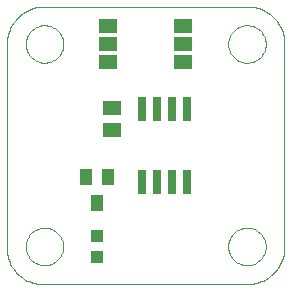
<source format=gtp>
G75*
G70*
%OFA0B0*%
%FSLAX24Y24*%
%IPPOS*%
%LPD*%
%AMOC8*
5,1,8,0,0,1.08239X$1,22.5*
%
%ADD10C,0.0000*%
%ADD11R,0.0394X0.0433*%
%ADD12R,0.0260X0.0800*%
%ADD13R,0.0630X0.0460*%
%ADD14R,0.0394X0.0551*%
%ADD15R,0.0591X0.0512*%
D10*
X000536Y001785D02*
X000534Y001719D01*
X000536Y001653D01*
X000542Y001587D01*
X000551Y001521D01*
X000564Y001456D01*
X000581Y001391D01*
X000601Y001328D01*
X000625Y001266D01*
X000652Y001206D01*
X000683Y001147D01*
X000717Y001089D01*
X000754Y001034D01*
X000794Y000981D01*
X000837Y000931D01*
X000882Y000882D01*
X000931Y000837D01*
X000981Y000794D01*
X001034Y000754D01*
X001089Y000717D01*
X001147Y000683D01*
X001206Y000652D01*
X001266Y000625D01*
X001328Y000601D01*
X001391Y000581D01*
X001456Y000564D01*
X001521Y000551D01*
X001587Y000542D01*
X001653Y000536D01*
X001719Y000534D01*
X001785Y000536D01*
X001785Y000535D02*
X008535Y000535D01*
X008603Y000537D01*
X008670Y000542D01*
X008737Y000551D01*
X008804Y000564D01*
X008869Y000581D01*
X008934Y000600D01*
X008998Y000624D01*
X009060Y000651D01*
X009121Y000681D01*
X009179Y000714D01*
X009236Y000750D01*
X009291Y000790D01*
X009344Y000832D01*
X009395Y000878D01*
X009442Y000925D01*
X009488Y000976D01*
X009530Y001029D01*
X009570Y001084D01*
X009606Y001141D01*
X009639Y001199D01*
X009669Y001260D01*
X009696Y001322D01*
X009720Y001386D01*
X009739Y001451D01*
X009756Y001516D01*
X009769Y001583D01*
X009778Y001650D01*
X009783Y001717D01*
X009785Y001785D01*
X009785Y008535D01*
X009783Y008603D01*
X009778Y008670D01*
X009769Y008737D01*
X009756Y008804D01*
X009739Y008869D01*
X009720Y008934D01*
X009696Y008998D01*
X009669Y009060D01*
X009639Y009121D01*
X009606Y009179D01*
X009570Y009236D01*
X009530Y009291D01*
X009488Y009344D01*
X009442Y009395D01*
X009395Y009442D01*
X009344Y009488D01*
X009291Y009530D01*
X009236Y009570D01*
X009179Y009606D01*
X009121Y009639D01*
X009060Y009669D01*
X008998Y009696D01*
X008934Y009720D01*
X008869Y009739D01*
X008804Y009756D01*
X008737Y009769D01*
X008670Y009778D01*
X008603Y009783D01*
X008535Y009785D01*
X001785Y009785D01*
X001160Y008535D02*
X001162Y008585D01*
X001168Y008634D01*
X001178Y008683D01*
X001191Y008730D01*
X001209Y008777D01*
X001230Y008822D01*
X001254Y008865D01*
X001282Y008906D01*
X001313Y008945D01*
X001347Y008981D01*
X001384Y009015D01*
X001424Y009045D01*
X001465Y009072D01*
X001509Y009096D01*
X001554Y009116D01*
X001601Y009132D01*
X001649Y009145D01*
X001698Y009154D01*
X001748Y009159D01*
X001797Y009160D01*
X001847Y009157D01*
X001896Y009150D01*
X001945Y009139D01*
X001992Y009125D01*
X002038Y009106D01*
X002083Y009084D01*
X002126Y009059D01*
X002166Y009030D01*
X002204Y008998D01*
X002240Y008964D01*
X002273Y008926D01*
X002302Y008886D01*
X002328Y008844D01*
X002351Y008800D01*
X002370Y008754D01*
X002386Y008707D01*
X002398Y008658D01*
X002406Y008609D01*
X002410Y008560D01*
X002410Y008510D01*
X002406Y008461D01*
X002398Y008412D01*
X002386Y008363D01*
X002370Y008316D01*
X002351Y008270D01*
X002328Y008226D01*
X002302Y008184D01*
X002273Y008144D01*
X002240Y008106D01*
X002204Y008072D01*
X002166Y008040D01*
X002126Y008011D01*
X002083Y007986D01*
X002038Y007964D01*
X001992Y007945D01*
X001945Y007931D01*
X001896Y007920D01*
X001847Y007913D01*
X001797Y007910D01*
X001748Y007911D01*
X001698Y007916D01*
X001649Y007925D01*
X001601Y007938D01*
X001554Y007954D01*
X001509Y007974D01*
X001465Y007998D01*
X001424Y008025D01*
X001384Y008055D01*
X001347Y008089D01*
X001313Y008125D01*
X001282Y008164D01*
X001254Y008205D01*
X001230Y008248D01*
X001209Y008293D01*
X001191Y008340D01*
X001178Y008387D01*
X001168Y008436D01*
X001162Y008485D01*
X001160Y008535D01*
X000535Y008535D02*
X000535Y001785D01*
X001160Y001785D02*
X001162Y001835D01*
X001168Y001884D01*
X001178Y001933D01*
X001191Y001980D01*
X001209Y002027D01*
X001230Y002072D01*
X001254Y002115D01*
X001282Y002156D01*
X001313Y002195D01*
X001347Y002231D01*
X001384Y002265D01*
X001424Y002295D01*
X001465Y002322D01*
X001509Y002346D01*
X001554Y002366D01*
X001601Y002382D01*
X001649Y002395D01*
X001698Y002404D01*
X001748Y002409D01*
X001797Y002410D01*
X001847Y002407D01*
X001896Y002400D01*
X001945Y002389D01*
X001992Y002375D01*
X002038Y002356D01*
X002083Y002334D01*
X002126Y002309D01*
X002166Y002280D01*
X002204Y002248D01*
X002240Y002214D01*
X002273Y002176D01*
X002302Y002136D01*
X002328Y002094D01*
X002351Y002050D01*
X002370Y002004D01*
X002386Y001957D01*
X002398Y001908D01*
X002406Y001859D01*
X002410Y001810D01*
X002410Y001760D01*
X002406Y001711D01*
X002398Y001662D01*
X002386Y001613D01*
X002370Y001566D01*
X002351Y001520D01*
X002328Y001476D01*
X002302Y001434D01*
X002273Y001394D01*
X002240Y001356D01*
X002204Y001322D01*
X002166Y001290D01*
X002126Y001261D01*
X002083Y001236D01*
X002038Y001214D01*
X001992Y001195D01*
X001945Y001181D01*
X001896Y001170D01*
X001847Y001163D01*
X001797Y001160D01*
X001748Y001161D01*
X001698Y001166D01*
X001649Y001175D01*
X001601Y001188D01*
X001554Y001204D01*
X001509Y001224D01*
X001465Y001248D01*
X001424Y001275D01*
X001384Y001305D01*
X001347Y001339D01*
X001313Y001375D01*
X001282Y001414D01*
X001254Y001455D01*
X001230Y001498D01*
X001209Y001543D01*
X001191Y001590D01*
X001178Y001637D01*
X001168Y001686D01*
X001162Y001735D01*
X001160Y001785D01*
X000535Y008535D02*
X000537Y008603D01*
X000542Y008670D01*
X000551Y008737D01*
X000564Y008804D01*
X000581Y008869D01*
X000600Y008934D01*
X000624Y008998D01*
X000651Y009060D01*
X000681Y009121D01*
X000714Y009179D01*
X000750Y009236D01*
X000790Y009291D01*
X000832Y009344D01*
X000878Y009395D01*
X000925Y009442D01*
X000976Y009488D01*
X001029Y009530D01*
X001084Y009570D01*
X001141Y009606D01*
X001199Y009639D01*
X001260Y009669D01*
X001322Y009696D01*
X001386Y009720D01*
X001451Y009739D01*
X001516Y009756D01*
X001583Y009769D01*
X001650Y009778D01*
X001717Y009783D01*
X001785Y009785D01*
X007910Y008535D02*
X007912Y008585D01*
X007918Y008634D01*
X007928Y008683D01*
X007941Y008730D01*
X007959Y008777D01*
X007980Y008822D01*
X008004Y008865D01*
X008032Y008906D01*
X008063Y008945D01*
X008097Y008981D01*
X008134Y009015D01*
X008174Y009045D01*
X008215Y009072D01*
X008259Y009096D01*
X008304Y009116D01*
X008351Y009132D01*
X008399Y009145D01*
X008448Y009154D01*
X008498Y009159D01*
X008547Y009160D01*
X008597Y009157D01*
X008646Y009150D01*
X008695Y009139D01*
X008742Y009125D01*
X008788Y009106D01*
X008833Y009084D01*
X008876Y009059D01*
X008916Y009030D01*
X008954Y008998D01*
X008990Y008964D01*
X009023Y008926D01*
X009052Y008886D01*
X009078Y008844D01*
X009101Y008800D01*
X009120Y008754D01*
X009136Y008707D01*
X009148Y008658D01*
X009156Y008609D01*
X009160Y008560D01*
X009160Y008510D01*
X009156Y008461D01*
X009148Y008412D01*
X009136Y008363D01*
X009120Y008316D01*
X009101Y008270D01*
X009078Y008226D01*
X009052Y008184D01*
X009023Y008144D01*
X008990Y008106D01*
X008954Y008072D01*
X008916Y008040D01*
X008876Y008011D01*
X008833Y007986D01*
X008788Y007964D01*
X008742Y007945D01*
X008695Y007931D01*
X008646Y007920D01*
X008597Y007913D01*
X008547Y007910D01*
X008498Y007911D01*
X008448Y007916D01*
X008399Y007925D01*
X008351Y007938D01*
X008304Y007954D01*
X008259Y007974D01*
X008215Y007998D01*
X008174Y008025D01*
X008134Y008055D01*
X008097Y008089D01*
X008063Y008125D01*
X008032Y008164D01*
X008004Y008205D01*
X007980Y008248D01*
X007959Y008293D01*
X007941Y008340D01*
X007928Y008387D01*
X007918Y008436D01*
X007912Y008485D01*
X007910Y008535D01*
X007910Y001785D02*
X007912Y001835D01*
X007918Y001884D01*
X007928Y001933D01*
X007941Y001980D01*
X007959Y002027D01*
X007980Y002072D01*
X008004Y002115D01*
X008032Y002156D01*
X008063Y002195D01*
X008097Y002231D01*
X008134Y002265D01*
X008174Y002295D01*
X008215Y002322D01*
X008259Y002346D01*
X008304Y002366D01*
X008351Y002382D01*
X008399Y002395D01*
X008448Y002404D01*
X008498Y002409D01*
X008547Y002410D01*
X008597Y002407D01*
X008646Y002400D01*
X008695Y002389D01*
X008742Y002375D01*
X008788Y002356D01*
X008833Y002334D01*
X008876Y002309D01*
X008916Y002280D01*
X008954Y002248D01*
X008990Y002214D01*
X009023Y002176D01*
X009052Y002136D01*
X009078Y002094D01*
X009101Y002050D01*
X009120Y002004D01*
X009136Y001957D01*
X009148Y001908D01*
X009156Y001859D01*
X009160Y001810D01*
X009160Y001760D01*
X009156Y001711D01*
X009148Y001662D01*
X009136Y001613D01*
X009120Y001566D01*
X009101Y001520D01*
X009078Y001476D01*
X009052Y001434D01*
X009023Y001394D01*
X008990Y001356D01*
X008954Y001322D01*
X008916Y001290D01*
X008876Y001261D01*
X008833Y001236D01*
X008788Y001214D01*
X008742Y001195D01*
X008695Y001181D01*
X008646Y001170D01*
X008597Y001163D01*
X008547Y001160D01*
X008498Y001161D01*
X008448Y001166D01*
X008399Y001175D01*
X008351Y001188D01*
X008304Y001204D01*
X008259Y001224D01*
X008215Y001248D01*
X008174Y001275D01*
X008134Y001305D01*
X008097Y001339D01*
X008063Y001375D01*
X008032Y001414D01*
X008004Y001455D01*
X007980Y001498D01*
X007959Y001543D01*
X007941Y001590D01*
X007928Y001637D01*
X007918Y001686D01*
X007912Y001735D01*
X007910Y001785D01*
D11*
X003535Y001450D03*
X003535Y002120D03*
D12*
X005035Y003950D03*
X005535Y003950D03*
X006035Y003950D03*
X006535Y003950D03*
X006535Y006370D03*
X006035Y006370D03*
X005535Y006370D03*
X005035Y006370D03*
D13*
X003910Y007935D03*
X003910Y008535D03*
X003910Y009135D03*
X006410Y009135D03*
X006410Y008535D03*
X006410Y007935D03*
D14*
X003909Y004093D03*
X003161Y004093D03*
X003535Y003227D03*
D15*
X004035Y005661D03*
X004035Y006409D03*
M02*

</source>
